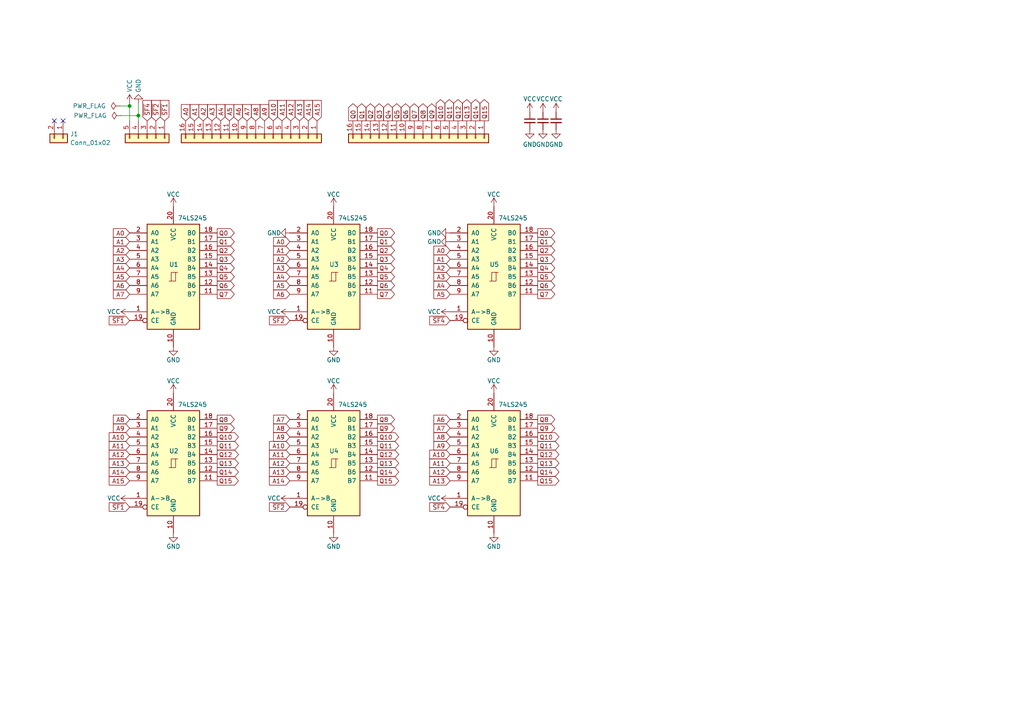
<source format=kicad_sch>
(kicad_sch (version 20211123) (generator eeschema)
  (paper "A4")
  (lib_symbols
    (symbol "74xx:74LS245" (pin_names (offset 1.016))
      (property "Reference" "U" (at -7.62 16.51 0))
      (property "Value" "74LS245" (at -7.62 -16.51 0))
      (symbol "74LS245_1_0"
        (polyline (pts (xy -0.635 -1.27) (xy -0.635 1.27) (xy 0.635 1.27)))
        (polyline (pts (xy -1.27 -1.27) (xy 0.635 -1.27) (xy 0.635 1.27) (xy 1.27 1.27)))
        (pin input line (at -12.7 -10.16 0) (length 5.08) (name "A->B") (number "1"))
        (pin power_in line (at 0 -20.32 90) (length 5.08) (name "GND") (number "10"))
        (pin tri_state line (at 12.7 -5.08 180) (length 5.08) (name "B7") (number "11"))
        (pin tri_state line (at 12.7 -2.54 180) (length 5.08) (name "B6") (number "12"))
        (pin tri_state line (at 12.7 0 180) (length 5.08) (name "B5") (number "13"))
        (pin tri_state line (at 12.7 2.54 180) (length 5.08) (name "B4") (number "14"))
        (pin tri_state line (at 12.7 5.08 180) (length 5.08) (name "B3") (number "15"))
        (pin tri_state line (at 12.7 7.62 180) (length 5.08) (name "B2") (number "16"))
        (pin tri_state line (at 12.7 10.16 180) (length 5.08) (name "B1") (number "17"))
        (pin tri_state line (at 12.7 12.7 180) (length 5.08) (name "B0") (number "18"))
        (pin input inverted (at -12.7 -12.7 0) (length 5.08) (name "CE") (number "19"))
        (pin tri_state line (at -12.7 12.7 0) (length 5.08) (name "A0") (number "2"))
        (pin power_in line (at 0 20.32 270) (length 5.08) (name "VCC") (number "20"))
        (pin tri_state line (at -12.7 10.16 0) (length 5.08) (name "A1") (number "3"))
        (pin tri_state line (at -12.7 7.62 0) (length 5.08) (name "A2") (number "4"))
        (pin tri_state line (at -12.7 5.08 0) (length 5.08) (name "A3") (number "5"))
        (pin tri_state line (at -12.7 2.54 0) (length 5.08) (name "A4") (number "6"))
        (pin tri_state line (at -12.7 0 0) (length 5.08) (name "A5") (number "7"))
        (pin tri_state line (at -12.7 -2.54 0) (length 5.08) (name "A6") (number "8"))
        (pin tri_state line (at -12.7 -5.08 0) (length 5.08) (name "A7") (number "9"))
      )
      (symbol "74LS245_1_1"
        (rectangle (start -7.62 15.24) (end 7.62 -15.24) (stroke (width 0.254)) (fill (type background)))
      )
    )
    (symbol "Connector_Generic:Conn_01x02" (pin_names (offset 1.016) hide)
      (property "Reference" "J" (at 0 2.54 0))
      (property "Value" "Conn_01x02" (at 0 -5.08 0))
      (symbol "Conn_01x02_1_1"
        (rectangle (start -1.27 -2.413) (end 0 -2.667) (stroke (width 0.1524)))
        (rectangle (start -1.27 0.127) (end 0 -0.127) (stroke (width 0.1524)))
        (rectangle (start -1.27 1.27) (end 1.27 -3.81) (stroke (width 0.254)) (fill (type background)))
        (pin passive line (at -5.08 0 0) (length 3.81) (name "Pin_1") (number "1"))
        (pin passive line (at -5.08 -2.54 0) (length 3.81) (name "Pin_2") (number "2"))
      )
    )
    (symbol "Connector_Generic:Conn_01x05" (pin_names (offset 1.016) hide)
      (property "Reference" "J" (at 0 7.62 0))
      (property "Value" "Conn_01x05" (at 0 -7.62 0))
      (symbol "Conn_01x05_1_1"
        (rectangle (start -1.27 -4.953) (end 0 -5.207) (stroke (width 0.1524)))
        (rectangle (start -1.27 -2.413) (end 0 -2.667) (stroke (width 0.1524)))
        (rectangle (start -1.27 0.127) (end 0 -0.127) (stroke (width 0.1524)))
        (rectangle (start -1.27 2.667) (end 0 2.413) (stroke (width 0.1524)))
        (rectangle (start -1.27 5.207) (end 0 4.953) (stroke (width 0.1524)))
        (rectangle (start -1.27 6.35) (end 1.27 -6.35) (stroke (width 0.254)) (fill (type background)))
        (pin passive line (at -5.08 5.08 0) (length 3.81) (name "Pin_1") (number "1"))
        (pin passive line (at -5.08 2.54 0) (length 3.81) (name "Pin_2") (number "2"))
        (pin passive line (at -5.08 0 0) (length 3.81) (name "Pin_3") (number "3"))
        (pin passive line (at -5.08 -2.54 0) (length 3.81) (name "Pin_4") (number "4"))
        (pin passive line (at -5.08 -5.08 0) (length 3.81) (name "Pin_5") (number "5"))
      )
    )
    (symbol "Connector_Generic:Conn_01x16" (pin_names (offset 1.016) hide)
      (property "Reference" "J" (at 0 20.32 0))
      (property "Value" "Conn_01x16" (at 0 -22.86 0))
      (symbol "Conn_01x16_1_1"
        (rectangle (start -1.27 -20.193) (end 0 -20.447) (stroke (width 0.1524)))
        (rectangle (start -1.27 -17.653) (end 0 -17.907) (stroke (width 0.1524)))
        (rectangle (start -1.27 -15.113) (end 0 -15.367) (stroke (width 0.1524)))
        (rectangle (start -1.27 -12.573) (end 0 -12.827) (stroke (width 0.1524)))
        (rectangle (start -1.27 -10.033) (end 0 -10.287) (stroke (width 0.1524)))
        (rectangle (start -1.27 -7.493) (end 0 -7.747) (stroke (width 0.1524)))
        (rectangle (start -1.27 -4.953) (end 0 -5.207) (stroke (width 0.1524)))
        (rectangle (start -1.27 -2.413) (end 0 -2.667) (stroke (width 0.1524)))
        (rectangle (start -1.27 0.127) (end 0 -0.127) (stroke (width 0.1524)))
        (rectangle (start -1.27 2.667) (end 0 2.413) (stroke (width 0.1524)))
        (rectangle (start -1.27 5.207) (end 0 4.953) (stroke (width 0.1524)))
        (rectangle (start -1.27 7.747) (end 0 7.493) (stroke (width 0.1524)))
        (rectangle (start -1.27 10.287) (end 0 10.033) (stroke (width 0.1524)))
        (rectangle (start -1.27 12.827) (end 0 12.573) (stroke (width 0.1524)))
        (rectangle (start -1.27 15.367) (end 0 15.113) (stroke (width 0.1524)))
        (rectangle (start -1.27 17.907) (end 0 17.653) (stroke (width 0.1524)))
        (rectangle (start -1.27 19.05) (end 1.27 -21.59) (stroke (width 0.254)) (fill (type background)))
        (pin passive line (at -5.08 17.78 0) (length 3.81) (name "Pin_1") (number "1"))
        (pin passive line (at -5.08 -5.08 0) (length 3.81) (name "Pin_10") (number "10"))
        (pin passive line (at -5.08 -7.62 0) (length 3.81) (name "Pin_11") (number "11"))
        (pin passive line (at -5.08 -10.16 0) (length 3.81) (name "Pin_12") (number "12"))
        (pin passive line (at -5.08 -12.7 0) (length 3.81) (name "Pin_13") (number "13"))
        (pin passive line (at -5.08 -15.24 0) (length 3.81) (name "Pin_14") (number "14"))
        (pin passive line (at -5.08 -17.78 0) (length 3.81) (name "Pin_15") (number "15"))
        (pin passive line (at -5.08 -20.32 0) (length 3.81) (name "Pin_16") (number "16"))
        (pin passive line (at -5.08 15.24 0) (length 3.81) (name "Pin_2") (number "2"))
        (pin passive line (at -5.08 12.7 0) (length 3.81) (name "Pin_3") (number "3"))
        (pin passive line (at -5.08 10.16 0) (length 3.81) (name "Pin_4") (number "4"))
        (pin passive line (at -5.08 7.62 0) (length 3.81) (name "Pin_5") (number "5"))
        (pin passive line (at -5.08 5.08 0) (length 3.81) (name "Pin_6") (number "6"))
        (pin passive line (at -5.08 2.54 0) (length 3.81) (name "Pin_7") (number "7"))
        (pin passive line (at -5.08 0 0) (length 3.81) (name "Pin_8") (number "8"))
        (pin passive line (at -5.08 -2.54 0) (length 3.81) (name "Pin_9") (number "9"))
      )
    )
    (symbol "Device:C_Small" (pin_numbers hide) (pin_names (offset 0.254) hide)
      (property "Reference" "C" (at 0.254 1.778 0))
      (property "Value" "C_Small" (at 0.254 -2.032 0))
      (symbol "C_Small_0_1"
        (polyline (pts (xy -1.524 -0.508) (xy 1.524 -0.508)) (stroke (width 0.3302)))
        (polyline (pts (xy -1.524 0.508) (xy 1.524 0.508)) (stroke (width 0.3048)))
      )
      (symbol "C_Small_1_1"
        (pin passive line (at 0 2.54 270) (length 2.032) (name "~") (number "1"))
        (pin passive line (at 0 -2.54 90) (length 2.032) (name "~") (number "2"))
      )
    )
    (symbol "power:GND" (power) (pin_names (offset 0))
      (property "Value" "GND" (at 0 -3.81 0))
      (symbol "GND_0_1"
        (polyline (pts (xy 0 0) (xy 0 -1.27) (xy 1.27 -1.27) (xy 0 -2.54) (xy -1.27 -1.27) (xy 0 -1.27)))
      )
      (symbol "GND_1_1"
        (pin power_in line (at 0 0 270) (length 0) hide (name "GND") (number "1"))
      )
    )
    (symbol "power:PWR_FLAG" (power) (pin_numbers hide) (pin_names (offset 0) hide)
      (property "Value" "PWR_FLAG" (at 0 3.81 0))
      (symbol "PWR_FLAG_0_0"
        (pin power_out line (at 0 0 90) (length 0) (name "pwr") (number "1"))
      )
      (symbol "PWR_FLAG_0_1"
        (polyline (pts (xy 0 0) (xy 0 1.27) (xy -1.016 1.905) (xy 0 2.54) (xy 1.016 1.905) (xy 0 1.27)))
      )
    )
    (symbol "power:VCC" (power) (pin_names (offset 0))
      (property "Value" "VCC" (at 0 3.81 0))
      (symbol "VCC_0_1"
        (polyline (pts (xy -0.762 1.27) (xy 0 2.54)))
        (polyline (pts (xy 0 0) (xy 0 2.54)))
        (polyline (pts (xy 0 2.54) (xy 0.762 1.27)))
      )
      (symbol "VCC_1_1"
        (pin power_in line (at 0 0 90) (length 0) hide (name "VCC") (number "1"))
      )
    )
  )
  (junction (at 37.592 30.734))
  (junction (at 40.132 33.528))
  (no_connect (at 15.748 35.052))
  (no_connect (at 18.288 35.052))
  (wire (pts (xy 40.132 33.528) (xy 40.132 35.052)))
  (wire (pts (xy 40.132 29.972) (xy 40.132 33.528)))
  (wire (pts (xy 37.592 29.972) (xy 37.592 30.734)))
  (wire (pts (xy 34.798 30.734) (xy 37.592 30.734)))
  (wire (pts (xy 35.052 33.528) (xy 40.132 33.528)))
  (wire (pts (xy 37.592 30.734) (xy 37.592 35.052)))
  (global_label "Q6" (shape output) (at 155.956 82.804 0) (property "Intersheet References" "${INTERSHEET_REFS}" (effects hide)))
  (global_label "Q4" (shape output) (at 155.956 77.724 0) (property "Intersheet References" "${INTERSHEET_REFS}" (effects hide)))
  (global_label "A8" (shape input) (at 130.556 126.746 180) (property "Intersheet References" "${INTERSHEET_REFS}" (effects hide)))
  (global_label "Q10" (shape output) (at 109.474 126.746 0) (property "Intersheet References" "${INTERSHEET_REFS}" (effects hide)))
  (global_label "Q11" (shape output) (at 62.992 129.286 0) (property "Intersheet References" "${INTERSHEET_REFS}" (effects hide)))
  (global_label "Q12" (shape output) (at 132.842 35.052 90) (property "Intersheet References" "${INTERSHEET_REFS}" (effects hide)))
  (global_label "Q13" (shape output) (at 62.992 134.366 0) (property "Intersheet References" "${INTERSHEET_REFS}" (effects hide)))
  (global_label "Q6" (shape output) (at 109.474 82.804 0) (property "Intersheet References" "${INTERSHEET_REFS}" (effects hide)))
  (global_label "A11" (shape input) (at 84.074 131.826 180) (property "Intersheet References" "${INTERSHEET_REFS}" (effects hide)))
  (global_label "A6" (shape input) (at 130.556 121.666 180) (property "Intersheet References" "${INTERSHEET_REFS}" (effects hide)))
  (global_label "A8" (shape input) (at 74.168 35.052 90) (property "Intersheet References" "${INTERSHEET_REFS}" (effects hide)))
  (global_label "Q14" (shape output) (at 137.922 35.052 90) (property "Intersheet References" "${INTERSHEET_REFS}" (effects hide)))
  (global_label "A2" (shape input) (at 58.928 35.052 90) (property "Intersheet References" "${INTERSHEET_REFS}" (effects hide)))
  (global_label "A12" (shape input) (at 84.074 134.366 180) (property "Intersheet References" "${INTERSHEET_REFS}" (effects hide)))
  (global_label "Q9" (shape output) (at 155.956 124.206 0) (property "Intersheet References" "${INTERSHEET_REFS}" (effects hide)))
  (global_label "Q0" (shape output) (at 62.992 67.564 0) (property "Intersheet References" "${INTERSHEET_REFS}" (effects hide)))
  (global_label "A0" (shape input) (at 37.592 67.564 180) (property "Intersheet References" "${INTERSHEET_REFS}" (effects hide)))
  (global_label "A14" (shape input) (at 37.592 136.906 180) (property "Intersheet References" "${INTERSHEET_REFS}" (effects hide)))
  (global_label "A1" (shape input) (at 84.074 72.644 180) (property "Intersheet References" "${INTERSHEET_REFS}" (effects hide)))
  (global_label "A6" (shape input) (at 69.088 35.052 90) (property "Intersheet References" "${INTERSHEET_REFS}" (effects hide)))
  (global_label "Q6" (shape output) (at 62.992 82.804 0) (property "Intersheet References" "${INTERSHEET_REFS}" (effects hide)))
  (global_label "A6" (shape input) (at 84.074 85.344 180) (property "Intersheet References" "${INTERSHEET_REFS}" (effects hide)))
  (global_label "A15" (shape input) (at 37.592 139.446 180) (property "Intersheet References" "${INTERSHEET_REFS}" (effects hide)))
  (global_label "Q3" (shape output) (at 109.474 75.184 0) (property "Intersheet References" "${INTERSHEET_REFS}" (effects hide)))
  (global_label "Q12" (shape output) (at 62.992 131.826 0) (property "Intersheet References" "${INTERSHEET_REFS}" (effects hide)))
  (global_label "Q7" (shape output) (at 120.142 35.052 90) (property "Intersheet References" "${INTERSHEET_REFS}" (effects hide)))
  (global_label "~{SF2}" (shape input) (at 84.074 147.066 180) (property "Intersheet References" "${INTERSHEET_REFS}" (effects hide)))
  (global_label "A9" (shape input) (at 37.592 124.206 180) (property "Intersheet References" "${INTERSHEET_REFS}" (effects hide)))
  (global_label "Q14" (shape output) (at 155.956 136.906 0) (property "Intersheet References" "${INTERSHEET_REFS}" (effects hide)))
  (global_label "Q3" (shape output) (at 62.992 75.184 0) (property "Intersheet References" "${INTERSHEET_REFS}" (effects hide)))
  (global_label "A10" (shape input) (at 84.074 129.286 180) (property "Intersheet References" "${INTERSHEET_REFS}" (effects hide)))
  (global_label "Q4" (shape output) (at 112.522 35.052 90) (property "Intersheet References" "${INTERSHEET_REFS}" (effects hide)))
  (global_label "A1" (shape input) (at 56.388 35.052 90) (property "Intersheet References" "${INTERSHEET_REFS}" (effects hide)))
  (global_label "Q1" (shape output) (at 104.902 35.052 90) (property "Intersheet References" "${INTERSHEET_REFS}" (effects hide)))
  (global_label "Q4" (shape output) (at 109.474 77.724 0) (property "Intersheet References" "${INTERSHEET_REFS}" (effects hide)))
  (global_label "Q5" (shape output) (at 62.992 80.264 0) (property "Intersheet References" "${INTERSHEET_REFS}" (effects hide)))
  (global_label "Q1" (shape output) (at 62.992 70.104 0) (property "Intersheet References" "${INTERSHEET_REFS}" (effects hide)))
  (global_label "Q6" (shape output) (at 117.602 35.052 90) (property "Intersheet References" "${INTERSHEET_REFS}" (effects hide)))
  (global_label "A14" (shape input) (at 89.408 35.052 90) (property "Intersheet References" "${INTERSHEET_REFS}" (effects hide)))
  (global_label "Q2" (shape output) (at 155.956 72.644 0) (property "Intersheet References" "${INTERSHEET_REFS}" (effects hide)))
  (global_label "Q7" (shape output) (at 155.956 85.344 0) (property "Intersheet References" "${INTERSHEET_REFS}" (effects hide)))
  (global_label "Q8" (shape output) (at 122.682 35.052 90) (property "Intersheet References" "${INTERSHEET_REFS}" (effects hide)))
  (global_label "A14" (shape input) (at 84.074 139.446 180) (property "Intersheet References" "${INTERSHEET_REFS}" (effects hide)))
  (global_label "A5" (shape input) (at 84.074 82.804 180) (property "Intersheet References" "${INTERSHEET_REFS}" (effects hide)))
  (global_label "Q1" (shape output) (at 155.956 70.104 0) (property "Intersheet References" "${INTERSHEET_REFS}" (effects hide)))
  (global_label "A11" (shape input) (at 81.788 35.052 90) (property "Intersheet References" "${INTERSHEET_REFS}" (effects hide)))
  (global_label "A13" (shape input) (at 86.868 35.052 90) (property "Intersheet References" "${INTERSHEET_REFS}" (effects hide)))
  (global_label "A4" (shape input) (at 84.074 80.264 180) (property "Intersheet References" "${INTERSHEET_REFS}" (effects hide)))
  (global_label "Q12" (shape output) (at 109.474 131.826 0) (property "Intersheet References" "${INTERSHEET_REFS}" (effects hide)))
  (global_label "Q1" (shape output) (at 109.474 70.104 0) (property "Intersheet References" "${INTERSHEET_REFS}" (effects hide)))
  (global_label "Q8" (shape output) (at 155.956 121.666 0) (property "Intersheet References" "${INTERSHEET_REFS}" (effects hide)))
  (global_label "A1" (shape input) (at 37.592 70.104 180) (property "Intersheet References" "${INTERSHEET_REFS}" (effects hide)))
  (global_label "A7" (shape input) (at 130.556 124.206 180) (property "Intersheet References" "${INTERSHEET_REFS}" (effects hide)))
  (global_label "A5" (shape input) (at 37.592 80.264 180) (property "Intersheet References" "${INTERSHEET_REFS}" (effects hide)))
  (global_label "Q2" (shape output) (at 107.442 35.052 90) (property "Intersheet References" "${INTERSHEET_REFS}" (effects hide)))
  (global_label "Q9" (shape output) (at 62.992 124.206 0) (property "Intersheet References" "${INTERSHEET_REFS}" (effects hide)))
  (global_label "Q9" (shape output) (at 125.222 35.052 90) (property "Intersheet References" "${INTERSHEET_REFS}" (effects hide)))
  (global_label "Q7" (shape output) (at 109.474 85.344 0) (property "Intersheet References" "${INTERSHEET_REFS}" (effects hide)))
  (global_label "A3" (shape input) (at 130.556 80.264 180) (property "Intersheet References" "${INTERSHEET_REFS}" (effects hide)))
  (global_label "A4" (shape input) (at 64.008 35.052 90) (property "Intersheet References" "${INTERSHEET_REFS}" (effects hide)))
  (global_label "Q7" (shape output) (at 62.992 85.344 0) (property "Intersheet References" "${INTERSHEET_REFS}" (effects hide)))
  (global_label "~{SF4}" (shape input) (at 130.556 147.066 180) (property "Intersheet References" "${INTERSHEET_REFS}" (effects hide)))
  (global_label "Q15" (shape output) (at 155.956 139.446 0) (property "Intersheet References" "${INTERSHEET_REFS}" (effects hide)))
  (global_label "A7" (shape input) (at 37.592 85.344 180) (property "Intersheet References" "${INTERSHEET_REFS}" (effects hide)))
  (global_label "A9" (shape input) (at 84.074 126.746 180) (property "Intersheet References" "${INTERSHEET_REFS}" (effects hide)))
  (global_label "Q3" (shape output) (at 155.956 75.184 0) (property "Intersheet References" "${INTERSHEET_REFS}" (effects hide)))
  (global_label "Q9" (shape output) (at 109.474 124.206 0) (property "Intersheet References" "${INTERSHEET_REFS}" (effects hide)))
  (global_label "A2" (shape input) (at 37.592 72.644 180) (property "Intersheet References" "${INTERSHEET_REFS}" (effects hide)))
  (global_label "Q2" (shape output) (at 109.474 72.644 0) (property "Intersheet References" "${INTERSHEET_REFS}" (effects hide)))
  (global_label "Q15" (shape output) (at 109.474 139.446 0) (property "Intersheet References" "${INTERSHEET_REFS}" (effects hide)))
  (global_label "Q0" (shape output) (at 155.956 67.564 0) (property "Intersheet References" "${INTERSHEET_REFS}" (effects hide)))
  (global_label "~{SF1}" (shape input) (at 37.592 147.066 180) (property "Intersheet References" "${INTERSHEET_REFS}" (effects hide)))
  (global_label "A5" (shape input) (at 130.556 85.344 180) (property "Intersheet References" "${INTERSHEET_REFS}" (effects hide)))
  (global_label "Q13" (shape output) (at 135.382 35.052 90) (property "Intersheet References" "${INTERSHEET_REFS}" (effects hide)))
  (global_label "Q0" (shape output) (at 102.362 35.052 90) (property "Intersheet References" "${INTERSHEET_REFS}" (effects hide)))
  (global_label "Q5" (shape output) (at 109.474 80.264 0) (property "Intersheet References" "${INTERSHEET_REFS}" (effects hide)))
  (global_label "A12" (shape input) (at 37.592 131.826 180) (property "Intersheet References" "${INTERSHEET_REFS}" (effects hide)))
  (global_label "Q2" (shape output) (at 62.992 72.644 0) (property "Intersheet References" "${INTERSHEET_REFS}" (effects hide)))
  (global_label "Q15" (shape output) (at 62.992 139.446 0) (property "Intersheet References" "${INTERSHEET_REFS}" (effects hide)))
  (global_label "A12" (shape input) (at 84.328 35.052 90) (property "Intersheet References" "${INTERSHEET_REFS}" (effects hide)))
  (global_label "A3" (shape input) (at 61.468 35.052 90) (property "Intersheet References" "${INTERSHEET_REFS}" (effects hide)))
  (global_label "A7" (shape input) (at 71.628 35.052 90) (property "Intersheet References" "${INTERSHEET_REFS}" (effects hide)))
  (global_label "A11" (shape input) (at 37.592 129.286 180) (property "Intersheet References" "${INTERSHEET_REFS}" (effects hide)))
  (global_label "A5" (shape input) (at 66.548 35.052 90) (property "Intersheet References" "${INTERSHEET_REFS}" (effects hide)))
  (global_label "Q14" (shape output) (at 62.992 136.906 0) (property "Intersheet References" "${INTERSHEET_REFS}" (effects hide)))
  (global_label "A2" (shape input) (at 84.074 75.184 180) (property "Intersheet References" "${INTERSHEET_REFS}" (effects hide)))
  (global_label "Q10" (shape output) (at 127.762 35.052 90) (property "Intersheet References" "${INTERSHEET_REFS}" (effects hide)))
  (global_label "Q4" (shape output) (at 62.992 77.724 0) (property "Intersheet References" "${INTERSHEET_REFS}" (effects hide)))
  (global_label "A4" (shape input) (at 37.592 77.724 180) (property "Intersheet References" "${INTERSHEET_REFS}" (effects hide)))
  (global_label "A6" (shape input) (at 37.592 82.804 180) (property "Intersheet References" "${INTERSHEET_REFS}" (effects hide)))
  (global_label "Q5" (shape output) (at 155.956 80.264 0) (property "Intersheet References" "${INTERSHEET_REFS}" (effects hide)))
  (global_label "Q10" (shape output) (at 62.992 126.746 0) (property "Intersheet References" "${INTERSHEET_REFS}" (effects hide)))
  (global_label "Q10" (shape output) (at 155.956 126.746 0) (property "Intersheet References" "${INTERSHEET_REFS}" (effects hide)))
  (global_label "A13" (shape input) (at 37.592 134.366 180) (property "Intersheet References" "${INTERSHEET_REFS}" (effects hide)))
  (global_label "Q8" (shape output) (at 109.474 121.666 0) (property "Intersheet References" "${INTERSHEET_REFS}" (effects hide)))
  (global_label "Q3" (shape output) (at 109.982 35.052 90) (property "Intersheet References" "${INTERSHEET_REFS}" (effects hide)))
  (global_label "A0" (shape input) (at 84.074 70.104 180) (property "Intersheet References" "${INTERSHEET_REFS}" (effects hide)))
  (global_label "A15" (shape input) (at 91.948 35.052 90) (property "Intersheet References" "${INTERSHEET_REFS}" (effects hide)))
  (global_label "Q12" (shape output) (at 155.956 131.826 0) (property "Intersheet References" "${INTERSHEET_REFS}" (effects hide)))
  (global_label "~{SF1}" (shape input) (at 47.752 35.052 90) (property "Intersheet References" "${INTERSHEET_REFS}" (effects hide)))
  (global_label "A0" (shape input) (at 53.848 35.052 90) (property "Intersheet References" "${INTERSHEET_REFS}" (effects hide)))
  (global_label "~{SF2}" (shape input) (at 45.212 35.052 90) (property "Intersheet References" "${INTERSHEET_REFS}" (effects hide)))
  (global_label "A1" (shape input) (at 130.556 75.184 180) (property "Intersheet References" "${INTERSHEET_REFS}" (effects hide)))
  (global_label "Q11" (shape output) (at 130.302 35.052 90) (property "Intersheet References" "${INTERSHEET_REFS}" (effects hide)))
  (global_label "A11" (shape input) (at 130.556 134.366 180) (property "Intersheet References" "${INTERSHEET_REFS}" (effects hide)))
  (global_label "A8" (shape input) (at 84.074 124.206 180) (property "Intersheet References" "${INTERSHEET_REFS}" (effects hide)))
  (global_label "A8" (shape input) (at 37.592 121.666 180) (property "Intersheet References" "${INTERSHEET_REFS}" (effects hide)))
  (global_label "Q11" (shape output) (at 109.474 129.286 0) (property "Intersheet References" "${INTERSHEET_REFS}" (effects hide)))
  (global_label "A10" (shape input) (at 79.248 35.052 90) (property "Intersheet References" "${INTERSHEET_REFS}" (effects hide)))
  (global_label "~{SF2}" (shape input) (at 84.074 92.964 180) (property "Intersheet References" "${INTERSHEET_REFS}" (effects hide)))
  (global_label "A9" (shape input) (at 130.556 129.286 180) (property "Intersheet References" "${INTERSHEET_REFS}" (effects hide)))
  (global_label "A10" (shape input) (at 37.592 126.746 180) (property "Intersheet References" "${INTERSHEET_REFS}" (effects hide)))
  (global_label "A13" (shape input) (at 84.074 136.906 180) (property "Intersheet References" "${INTERSHEET_REFS}" (effects hide)))
  (global_label "A0" (shape input) (at 130.556 72.644 180) (property "Intersheet References" "${INTERSHEET_REFS}" (effects hide)))
  (global_label "~{SF4}" (shape input) (at 130.556 92.964 180) (property "Intersheet References" "${INTERSHEET_REFS}" (effects hide)))
  (global_label "A7" (shape input) (at 84.074 121.666 180) (property "Intersheet References" "${INTERSHEET_REFS}" (effects hide)))
  (global_label "A10" (shape input) (at 130.556 131.826 180) (property "Intersheet References" "${INTERSHEET_REFS}" (effects hide)))
  (global_label "A12" (shape input) (at 130.556 136.906 180) (property "Intersheet References" "${INTERSHEET_REFS}" (effects hide)))
  (global_label "Q5" (shape output) (at 115.062 35.052 90) (property "Intersheet References" "${INTERSHEET_REFS}" (effects hide)))
  (global_label "~{SF1}" (shape input) (at 37.592 92.964 180) (property "Intersheet References" "${INTERSHEET_REFS}" (effects hide)))
  (global_label "A13" (shape input) (at 130.556 139.446 180) (property "Intersheet References" "${INTERSHEET_REFS}" (effects hide)))
  (global_label "Q0" (shape output) (at 109.474 67.564 0) (property "Intersheet References" "${INTERSHEET_REFS}" (effects hide)))
  (global_label "Q8" (shape output) (at 62.992 121.666 0) (property "Intersheet References" "${INTERSHEET_REFS}" (effects hide)))
  (global_label "A4" (shape input) (at 130.556 82.804 180) (property "Intersheet References" "${INTERSHEET_REFS}" (effects hide)))
  (global_label "Q14" (shape output) (at 109.474 136.906 0) (property "Intersheet References" "${INTERSHEET_REFS}" (effects hide)))
  (global_label "A3" (shape input) (at 37.592 75.184 180) (property "Intersheet References" "${INTERSHEET_REFS}" (effects hide)))
  (global_label "Q11" (shape output) (at 155.956 129.286 0) (property "Intersheet References" "${INTERSHEET_REFS}" (effects hide)))
  (global_label "A9" (shape input) (at 76.708 35.052 90) (property "Intersheet References" "${INTERSHEET_REFS}" (effects hide)))
  (global_label "~{SF4}" (shape input) (at 42.672 35.052 90) (property "Intersheet References" "${INTERSHEET_REFS}" (effects hide)))
  (global_label "Q13" (shape output) (at 155.956 134.366 0) (property "Intersheet References" "${INTERSHEET_REFS}" (effects hide)))
  (global_label "A3" (shape input) (at 84.074 77.724 180) (property "Intersheet References" "${INTERSHEET_REFS}" (effects hide)))
  (global_label "Q13" (shape output) (at 109.474 134.366 0) (property "Intersheet References" "${INTERSHEET_REFS}" (effects hide)))
  (global_label "Q15" (shape output) (at 140.462 35.052 90) (property "Intersheet References" "${INTERSHEET_REFS}" (effects hide)))
  (global_label "A2" (shape input) (at 130.556 77.724 180) (property "Intersheet References" "${INTERSHEET_REFS}" (effects hide)))
  (symbol (lib_id "power:VCC") (at 130.556 90.424 90) (unit 1)
    (property "Reference" "#PWR018" (effects hide))
    (property "Value" "VCC" (at 125.984 90.424 90))
  )
  (symbol (lib_id "power:VCC") (at 143.256 59.944 0) (unit 1)
    (property "Reference" "#PWR020" (effects hide))
    (property "Value" "VCC" (at 143.256 56.388 0))
  )
  (symbol (lib_id "power:VCC") (at 96.774 59.944 0) (unit 1)
    (property "Reference" "#PWR012" (effects hide))
    (property "Value" "VCC" (at 96.774 56.388 0))
  )
  (symbol (lib_id "Connector_Generic:Conn_01x05") (at 42.672 40.132 270) (unit 1)
    (property "Reference" "J2" (effects hide))
    (property "Value" "Conn_01x05" (effects hide))
    (property "Footprint" "Connector_PinHeader_2.54mm:PinHeader_1x05_P2.54mm_Vertical" (effects hide))
  )
  (symbol (lib_id "power:VCC") (at 37.592 29.972 0) (unit 1)
    (property "Reference" "#PWR01" (effects hide))
    (property "Value" "VCC" (at 37.592 24.892 90))
  )
  (symbol (lib_id "power:VCC") (at 37.592 144.526 90) (unit 1)
    (property "Reference" "#PWR03" (effects hide))
    (property "Value" "VCC" (at 33.02 144.526 90))
  )
  (symbol (lib_id "power:GND") (at 50.292 100.584 0) (unit 1)
    (property "Reference" "#PWR06" (effects hide))
    (property "Value" "GND" (at 50.292 104.394 0))
  )
  (symbol (lib_id "Device:C_Small") (at 161.29 35.052 0) (unit 1)
    (property "Reference" "C3" (effects hide))
    (property "Value" "C_Small" (effects hide))
    (property "Footprint" "Capacitor_SMD:C_0805_2012Metric" (effects hide))
  )
  (symbol (lib_id "Connector_Generic:Conn_01x02") (at 18.288 40.132 270) (unit 1)
    (property "Reference" "J1" (at 20.32 38.8619 90) (effects (justify left)))
    (property "Value" "Conn_01x02" (at 20.32 41.4019 90) (effects (justify left)))
    (property "Footprint" "Connector_PinHeader_2.54mm:PinHeader_1x02_P2.54mm_Vertical" (effects hide))
  )
  (symbol (lib_id "power:VCC") (at 37.592 90.424 90) (unit 1)
    (property "Reference" "#PWR02" (effects hide))
    (property "Value" "VCC" (at 33.02 90.424 90))
  )
  (symbol (lib_id "power:GND") (at 161.29 37.592 0) (unit 1)
    (property "Reference" "#PWR029" (effects hide))
    (property "Value" "GND" (at 161.29 41.91 0))
  )
  (symbol (lib_id "power:GND") (at 153.67 37.592 0) (unit 1)
    (property "Reference" "#PWR025" (effects hide))
    (property "Value" "GND" (at 153.67 41.91 0))
  )
  (symbol (lib_id "power:VCC") (at 130.556 144.526 90) (unit 1)
    (property "Reference" "#PWR019" (effects hide))
    (property "Value" "VCC" (at 125.984 144.526 90))
  )
  (symbol (lib_id "power:GND") (at 143.256 154.686 0) (unit 1)
    (property "Reference" "#PWR023" (effects hide))
    (property "Value" "GND" (at 143.256 158.496 0))
  )
  (symbol (lib_id "power:VCC") (at 157.48 32.512 0) (unit 1)
    (property "Reference" "#PWR026" (effects hide))
    (property "Value" "VCC" (at 157.48 28.702 0))
  )
  (symbol (lib_id "Connector_Generic:Conn_01x16") (at 74.168 40.132 270) (unit 1)
    (property "Reference" "J3" (effects hide))
    (property "Value" "Conn_01x16" (effects hide))
    (property "Footprint" "Connector_PinHeader_2.54mm:PinHeader_1x16_P2.54mm_Vertical" (effects hide))
  )
  (symbol (lib_id "power:GND") (at 40.132 29.972 180) (unit 1)
    (property "Reference" "#PWR04" (effects hide))
    (property "Value" "GND" (at 40.132 24.892 90))
  )
  (symbol (lib_id "power:GND") (at 96.774 154.686 0) (unit 1)
    (property "Reference" "#PWR015" (effects hide))
    (property "Value" "GND" (at 96.774 158.496 0))
  )
  (symbol (lib_id "power:GND") (at 50.292 154.686 0) (unit 1)
    (property "Reference" "#PWR08" (effects hide))
    (property "Value" "GND" (at 50.292 158.496 0))
  )
  (symbol (lib_id "power:GND") (at 130.556 70.104 270) (unit 1)
    (property "Reference" "#PWR017" (effects hide))
    (property "Value" "GND" (at 125.984 70.104 90))
  )
  (symbol (lib_id "power:VCC") (at 50.292 59.944 0) (unit 1)
    (property "Reference" "#PWR05" (effects hide))
    (property "Value" "VCC" (at 50.292 56.388 0))
  )
  (symbol (lib_id "power:VCC") (at 153.67 32.512 0) (unit 1)
    (property "Reference" "#PWR024" (effects hide))
    (property "Value" "VCC" (at 153.67 28.702 0))
  )
  (symbol (lib_id "power:VCC") (at 161.29 32.512 0) (unit 1)
    (property "Reference" "#PWR028" (effects hide))
    (property "Value" "VCC" (at 161.29 28.702 0))
  )
  (symbol (lib_id "power:VCC") (at 143.256 114.046 0) (unit 1)
    (property "Reference" "#PWR022" (effects hide))
    (property "Value" "VCC" (at 143.256 110.49 0))
  )
  (symbol (lib_id "74xx:74LS245") (at 143.256 134.366 0) (unit 1)
    (property "Reference" "U6" (at 141.986 130.81 0) (effects (justify left)))
    (property "Value" "74LS245" (at 144.526 117.348 0) (effects (justify left)))
    (property "Footprint" "Package_SO:SO-20_5.3x12.6mm_P1.27mm" (effects hide))
    (property "Datasheet" "http://www.ti.com/lit/gpn/sn74LS245" (effects hide))
  )
  (symbol (lib_id "power:PWR_FLAG") (at 34.798 30.734 90) (unit 1)
    (property "Reference" "#FLG01" (effects hide))
    (property "Value" "PWR_FLAG" (at 30.734 30.7339 90) (effects (justify left)))
  )
  (symbol (lib_id "74xx:74LS245") (at 50.292 80.264 0) (unit 1)
    (property "Reference" "U1" (at 49.022 76.708 0) (effects (justify left)))
    (property "Value" "74LS245" (at 51.562 63.246 0) (effects (justify left)))
    (property "Footprint" "Package_SO:SO-20_5.3x12.6mm_P1.27mm" (effects hide))
    (property "Datasheet" "http://www.ti.com/lit/gpn/sn74LS245" (effects hide))
  )
  (symbol (lib_id "power:GND") (at 96.774 100.584 0) (unit 1)
    (property "Reference" "#PWR013" (effects hide))
    (property "Value" "GND" (at 96.774 104.394 0))
  )
  (symbol (lib_id "power:GND") (at 84.074 67.564 270) (unit 1)
    (property "Reference" "#PWR09" (effects hide))
    (property "Value" "GND" (at 79.502 67.564 90))
  )
  (symbol (lib_id "Device:C_Small") (at 157.48 35.052 0) (unit 1)
    (property "Reference" "C2" (effects hide))
    (property "Value" "C_Small" (effects hide))
    (property "Footprint" "Capacitor_SMD:C_0805_2012Metric" (effects hide))
  )
  (symbol (lib_id "Connector_Generic:Conn_01x16") (at 122.682 40.132 270) (unit 1)
    (property "Reference" "J4" (effects hide))
    (property "Value" "Conn_01x16" (effects hide))
    (property "Footprint" "Connector_PinHeader_2.54mm:PinHeader_1x16_P2.54mm_Vertical" (effects hide))
  )
  (symbol (lib_id "Device:C_Small") (at 153.67 35.052 0) (unit 1)
    (property "Reference" "C1" (effects hide))
    (property "Value" "C_Small" (effects hide))
    (property "Footprint" "Capacitor_SMD:C_0805_2012Metric" (effects hide))
  )
  (symbol (lib_id "power:GND") (at 143.256 100.584 0) (unit 1)
    (property "Reference" "#PWR021" (effects hide))
    (property "Value" "GND" (at 143.256 104.394 0))
  )
  (symbol (lib_id "power:VCC") (at 50.292 114.046 0) (unit 1)
    (property "Reference" "#PWR07" (effects hide))
    (property "Value" "VCC" (at 50.292 110.49 0))
  )
  (symbol (lib_id "74xx:74LS245") (at 96.774 134.366 0) (unit 1)
    (property "Reference" "U4" (at 95.504 130.81 0) (effects (justify left)))
    (property "Value" "74LS245" (at 98.044 117.348 0) (effects (justify left)))
    (property "Footprint" "Package_SO:SO-20_5.3x12.6mm_P1.27mm" (effects hide))
    (property "Datasheet" "http://www.ti.com/lit/gpn/sn74LS245" (effects hide))
  )
  (symbol (lib_id "74xx:74LS245") (at 96.774 80.264 0) (unit 1)
    (property "Reference" "U3" (at 95.504 76.708 0) (effects (justify left)))
    (property "Value" "74LS245" (at 98.044 63.246 0) (effects (justify left)))
    (property "Footprint" "Package_SO:SO-20_5.3x12.6mm_P1.27mm" (effects hide))
    (property "Datasheet" "http://www.ti.com/lit/gpn/sn74LS245" (effects hide))
  )
  (symbol (lib_id "power:VCC") (at 84.074 144.526 90) (unit 1)
    (property "Reference" "#PWR011" (effects hide))
    (property "Value" "VCC" (at 79.502 144.526 90))
  )
  (symbol (lib_id "74xx:74LS245") (at 143.256 80.264 0) (unit 1)
    (property "Reference" "U5" (at 141.986 76.708 0) (effects (justify left)))
    (property "Value" "74LS245" (at 144.526 63.246 0) (effects (justify left)))
    (property "Footprint" "Package_SO:SO-20_5.3x12.6mm_P1.27mm" (effects hide))
    (property "Datasheet" "http://www.ti.com/lit/gpn/sn74LS245" (effects hide))
  )
  (symbol (lib_id "power:GND") (at 157.48 37.592 0) (unit 1)
    (property "Reference" "#PWR027" (effects hide))
    (property "Value" "GND" (at 157.48 41.91 0))
  )
  (symbol (lib_id "74xx:74LS245") (at 50.292 134.366 0) (unit 1)
    (property "Reference" "U2" (at 49.022 130.81 0) (effects (justify left)))
    (property "Value" "74LS245" (at 51.562 117.348 0) (effects (justify left)))
    (property "Footprint" "Package_SO:SO-20_5.3x12.6mm_P1.27mm" (effects hide))
    (property "Datasheet" "http://www.ti.com/lit/gpn/sn74LS245" (effects hide))
  )
  (symbol (lib_id "power:VCC") (at 84.074 90.424 90) (unit 1)
    (property "Reference" "#PWR010" (effects hide))
    (property "Value" "VCC" (at 79.502 90.424 90))
  )
  (symbol (lib_id "power:GND") (at 130.556 67.564 270) (unit 1)
    (property "Reference" "#PWR016" (effects hide))
    (property "Value" "GND" (at 125.984 67.564 90))
  )
  (symbol (lib_id "power:PWR_FLAG") (at 35.052 33.528 90) (unit 1)
    (property "Reference" "#FLG02" (effects hide))
    (property "Value" "PWR_FLAG" (at 30.988 33.5279 90) (effects (justify left)))
  )
  (symbol (lib_id "power:VCC") (at 96.774 114.046 0) (unit 1)
    (property "Reference" "#PWR014" (effects hide))
    (property "Value" "VCC" (at 96.774 110.49 0))
  )
)
</source>
